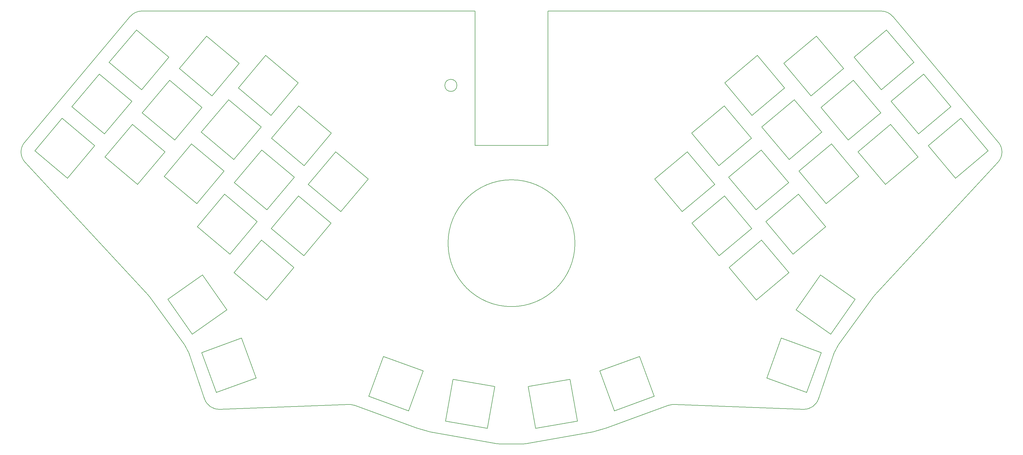
<source format=gbr>
%TF.GenerationSoftware,KiCad,Pcbnew,8.0.1*%
%TF.CreationDate,2024-05-19T15:37:59+09:00*%
%TF.ProjectId,top_plate,746f705f-706c-4617-9465-2e6b69636164,v1.0.0*%
%TF.SameCoordinates,Original*%
%TF.FileFunction,Profile,NP*%
%FSLAX46Y46*%
G04 Gerber Fmt 4.6, Leading zero omitted, Abs format (unit mm)*
G04 Created by KiCad (PCBNEW 8.0.1) date 2024-05-19 15:37:59*
%MOMM*%
%LPD*%
G01*
G04 APERTURE LIST*
%TA.AperFunction,Profile*%
%ADD10C,0.150000*%
%TD*%
G04 APERTURE END LIST*
D10*
X22038247Y-158198014D02*
X56889715Y-116663652D01*
X60719937Y-114877590D02*
X170666874Y-114877590D01*
X194666874Y-114877590D02*
X304613810Y-114877590D01*
X308444032Y-116663652D02*
X343295500Y-158198014D01*
X343133079Y-164810075D02*
X302416007Y-208758496D01*
X302043849Y-209210649D02*
X290532430Y-224996846D01*
X290532430Y-224996846D02*
X289104709Y-227699472D01*
X289104709Y-227699472D02*
X283913357Y-242953614D01*
X278993319Y-246339241D02*
X236394377Y-244747980D01*
X234497635Y-245046032D02*
X213935477Y-252530045D01*
X213935477Y-252530045D02*
X209531982Y-253811011D01*
X209531982Y-253811011D02*
X187450074Y-257704647D01*
X186581833Y-257780608D02*
X178751914Y-257780608D01*
X177883673Y-257704647D02*
X155801765Y-253811011D01*
X155801765Y-253811011D02*
X151398270Y-252530045D01*
X151398270Y-252530045D02*
X130836112Y-245046032D01*
X128939370Y-244747980D02*
X86340428Y-246339241D01*
X81420390Y-242953614D02*
X76229038Y-227699472D01*
X76229038Y-227699472D02*
X74801317Y-224996846D01*
X74801317Y-224996846D02*
X63289898Y-209210649D01*
X62917740Y-208758496D02*
X22200668Y-164810075D01*
X56889716Y-116663653D02*
G75*
G02*
X60719937Y-114877591I3830221J-3213937D01*
G01*
X304613810Y-114877590D02*
G75*
G02*
X308444032Y-116663652I0J-5000000D01*
G01*
X343295501Y-158198014D02*
G75*
G02*
X343133079Y-164810075I-3830223J-3213938D01*
G01*
X302043850Y-209210649D02*
G75*
G02*
X302416008Y-208758496I4039958J-2945969D01*
G01*
X283913356Y-242953614D02*
G75*
G02*
X278993319Y-246339240I-4733395J1610888D01*
G01*
X234497635Y-245046033D02*
G75*
G02*
X236394377Y-244747981I1710100J-4698462D01*
G01*
X187450074Y-257704647D02*
G75*
G02*
X186581833Y-257780608I-868241J4924039D01*
G01*
X178751914Y-257780608D02*
G75*
G02*
X177883673Y-257704647I0J5000000D01*
G01*
X128939370Y-244747981D02*
G75*
G02*
X130836112Y-245046033I186642J-4996514D01*
G01*
X86340428Y-246339240D02*
G75*
G02*
X81420391Y-242953614I-186642J4996514D01*
G01*
X62917741Y-208758496D02*
G75*
G02*
X63289898Y-209210649I-3667802J-3398122D01*
G01*
X22200669Y-164810074D02*
G75*
G02*
X22038248Y-158198015I3667800J3398122D01*
G01*
X25431104Y-161030864D02*
X36171047Y-170042746D01*
X36171047Y-170042746D02*
X45182929Y-159302803D01*
X45182929Y-159302803D02*
X34442986Y-150290921D01*
X34442986Y-150290921D02*
X25431104Y-161030864D01*
X37676208Y-146437717D02*
X48416151Y-155449600D01*
X48416151Y-155449600D02*
X57428033Y-144709657D01*
X57428033Y-144709657D02*
X46688090Y-135697774D01*
X46688090Y-135697774D02*
X37676208Y-146437717D01*
X49921312Y-131844571D02*
X60661255Y-140856453D01*
X60661255Y-140856453D02*
X69673137Y-130116510D01*
X69673137Y-130116510D02*
X58933194Y-121104628D01*
X58933194Y-121104628D02*
X49921312Y-131844571D01*
X48595823Y-163060765D02*
X59335767Y-172072648D01*
X59335767Y-172072648D02*
X68347649Y-161332704D01*
X68347649Y-161332704D02*
X57607706Y-152320822D01*
X57607706Y-152320822D02*
X48595823Y-163060765D01*
X60840927Y-148467619D02*
X71580870Y-157479501D01*
X71580870Y-157479501D02*
X80592753Y-146739558D01*
X80592753Y-146739558D02*
X69852810Y-137727675D01*
X69852810Y-137727675D02*
X60840927Y-148467619D01*
X73086031Y-133874472D02*
X83825974Y-142886354D01*
X83825974Y-142886354D02*
X92837857Y-132146411D01*
X92837857Y-132146411D02*
X82097914Y-123134529D01*
X82097914Y-123134529D02*
X73086031Y-133874472D01*
X68087012Y-169468611D02*
X78826955Y-178480493D01*
X78826955Y-178480493D02*
X87838837Y-167740550D01*
X87838837Y-167740550D02*
X77098894Y-158728667D01*
X77098894Y-158728667D02*
X68087012Y-169468611D01*
X80332116Y-154875464D02*
X91072059Y-163887346D01*
X91072059Y-163887346D02*
X100083941Y-153147403D01*
X100083941Y-153147403D02*
X89343998Y-144135521D01*
X89343998Y-144135521D02*
X80332116Y-154875464D01*
X92577220Y-140282317D02*
X103317163Y-149294200D01*
X103317163Y-149294200D02*
X112329045Y-138554256D01*
X112329045Y-138554256D02*
X101589102Y-129542374D01*
X101589102Y-129542374D02*
X92577220Y-140282317D01*
X79006627Y-186091659D02*
X89746570Y-195103541D01*
X89746570Y-195103541D02*
X98758452Y-184363598D01*
X98758452Y-184363598D02*
X88018509Y-175351715D01*
X88018509Y-175351715D02*
X79006627Y-186091659D01*
X91251731Y-171498512D02*
X101991674Y-180510394D01*
X101991674Y-180510394D02*
X111003556Y-169770451D01*
X111003556Y-169770451D02*
X100263613Y-160758569D01*
X100263613Y-160758569D02*
X91251731Y-171498512D01*
X103496835Y-156905365D02*
X114236778Y-165917248D01*
X114236778Y-165917248D02*
X123248660Y-155177305D01*
X123248660Y-155177305D02*
X112508717Y-146165422D01*
X112508717Y-146165422D02*
X103496835Y-156905365D01*
X91150753Y-201255392D02*
X101890696Y-210267274D01*
X101890696Y-210267274D02*
X110902578Y-199527331D01*
X110902578Y-199527331D02*
X100162635Y-190515449D01*
X100162635Y-190515449D02*
X91150753Y-201255392D01*
X103395857Y-186662245D02*
X114135800Y-195674128D01*
X114135800Y-195674128D02*
X123147682Y-184934184D01*
X123147682Y-184934184D02*
X112407739Y-175922302D01*
X112407739Y-175922302D02*
X103395857Y-186662245D01*
X115640961Y-172069099D02*
X126380904Y-181080981D01*
X126380904Y-181080981D02*
X135392786Y-170341038D01*
X135392786Y-170341038D02*
X124652843Y-161329155D01*
X124652843Y-161329155D02*
X115640961Y-172069099D01*
X69272941Y-210059100D02*
X77314483Y-221543612D01*
X77314483Y-221543612D02*
X88798994Y-213502070D01*
X88798994Y-213502070D02*
X80757453Y-202017559D01*
X80757453Y-202017559D02*
X69272941Y-210059100D01*
X80466488Y-227638559D02*
X85261610Y-240813049D01*
X85261610Y-240813049D02*
X98436101Y-236017927D01*
X98436101Y-236017927D02*
X93640978Y-222843436D01*
X93640978Y-222843436D02*
X80466488Y-227638559D01*
X135582067Y-242069752D02*
X148756558Y-246864875D01*
X148756558Y-246864875D02*
X153551680Y-233690384D01*
X153551680Y-233690384D02*
X140377189Y-228895262D01*
X140377189Y-228895262D02*
X135582067Y-242069752D01*
X160922140Y-250225686D02*
X174729145Y-252660233D01*
X174729145Y-252660233D02*
X177163693Y-238853229D01*
X177163693Y-238853229D02*
X163356688Y-236418681D01*
X163356688Y-236418681D02*
X160922140Y-250225686D01*
X329162700Y-170042746D02*
X339902643Y-161030864D01*
X339902643Y-161030864D02*
X330890761Y-150290921D01*
X330890761Y-150290921D02*
X320150818Y-159302803D01*
X320150818Y-159302803D02*
X329162700Y-170042746D01*
X316917596Y-155449600D02*
X327657539Y-146437717D01*
X327657539Y-146437717D02*
X318645657Y-135697774D01*
X318645657Y-135697774D02*
X307905714Y-144709657D01*
X307905714Y-144709657D02*
X316917596Y-155449600D01*
X304672492Y-140856453D02*
X315412435Y-131844571D01*
X315412435Y-131844571D02*
X306400553Y-121104628D01*
X306400553Y-121104628D02*
X295660610Y-130116510D01*
X295660610Y-130116510D02*
X304672492Y-140856453D01*
X305997981Y-172072648D02*
X316737924Y-163060765D01*
X316737924Y-163060765D02*
X307726041Y-152320822D01*
X307726041Y-152320822D02*
X296986098Y-161332704D01*
X296986098Y-161332704D02*
X305997981Y-172072648D01*
X293752877Y-157479501D02*
X304492820Y-148467619D01*
X304492820Y-148467619D02*
X295480937Y-137727675D01*
X295480937Y-137727675D02*
X284740994Y-146739558D01*
X284740994Y-146739558D02*
X293752877Y-157479501D01*
X281507773Y-142886354D02*
X292247716Y-133874472D01*
X292247716Y-133874472D02*
X283235833Y-123134529D01*
X283235833Y-123134529D02*
X272495890Y-132146411D01*
X272495890Y-132146411D02*
X281507773Y-142886354D01*
X286506792Y-178480493D02*
X297246735Y-169468611D01*
X297246735Y-169468611D02*
X288234853Y-158728667D01*
X288234853Y-158728667D02*
X277494910Y-167740550D01*
X277494910Y-167740550D02*
X286506792Y-178480493D01*
X274261688Y-163887346D02*
X285001632Y-154875464D01*
X285001632Y-154875464D02*
X275989749Y-144135521D01*
X275989749Y-144135521D02*
X265249806Y-153147403D01*
X265249806Y-153147403D02*
X274261688Y-163887346D01*
X262016584Y-149294200D02*
X272756528Y-140282317D01*
X272756528Y-140282317D02*
X263744645Y-129542374D01*
X263744645Y-129542374D02*
X253004702Y-138554256D01*
X253004702Y-138554256D02*
X262016584Y-149294200D01*
X275587177Y-195103541D02*
X286327120Y-186091659D01*
X286327120Y-186091659D02*
X277315238Y-175351715D01*
X277315238Y-175351715D02*
X266575295Y-184363598D01*
X266575295Y-184363598D02*
X275587177Y-195103541D01*
X263342073Y-180510394D02*
X274082016Y-171498512D01*
X274082016Y-171498512D02*
X265070134Y-160758569D01*
X265070134Y-160758569D02*
X254330191Y-169770451D01*
X254330191Y-169770451D02*
X263342073Y-180510394D01*
X251096969Y-165917248D02*
X261836912Y-156905365D01*
X261836912Y-156905365D02*
X252825030Y-146165422D01*
X252825030Y-146165422D02*
X242085087Y-155177305D01*
X242085087Y-155177305D02*
X251096969Y-165917248D01*
X263443051Y-210267274D02*
X274182994Y-201255392D01*
X274182994Y-201255392D02*
X265171112Y-190515449D01*
X265171112Y-190515449D02*
X254431169Y-199527331D01*
X254431169Y-199527331D02*
X263443051Y-210267274D01*
X251197947Y-195674128D02*
X261937890Y-186662245D01*
X261937890Y-186662245D02*
X252926008Y-175922302D01*
X252926008Y-175922302D02*
X242186065Y-184934184D01*
X242186065Y-184934184D02*
X251197947Y-195674128D01*
X238952843Y-181080981D02*
X249692786Y-172069099D01*
X249692786Y-172069099D02*
X240680904Y-161329155D01*
X240680904Y-161329155D02*
X229940961Y-170341038D01*
X229940961Y-170341038D02*
X238952843Y-181080981D01*
X288019265Y-221543612D02*
X296060806Y-210059100D01*
X296060806Y-210059100D02*
X284576295Y-202017559D01*
X284576295Y-202017559D02*
X276534753Y-213502070D01*
X276534753Y-213502070D02*
X288019265Y-221543612D01*
X280072137Y-240813049D02*
X284867260Y-227638559D01*
X284867260Y-227638559D02*
X271692769Y-222843436D01*
X271692769Y-222843436D02*
X266897647Y-236017927D01*
X266897647Y-236017927D02*
X280072137Y-240813049D01*
X216577189Y-246864875D02*
X229751680Y-242069752D01*
X229751680Y-242069752D02*
X224956558Y-228895262D01*
X224956558Y-228895262D02*
X211782067Y-233690384D01*
X211782067Y-233690384D02*
X216577189Y-246864875D01*
X190604602Y-252660233D02*
X204411607Y-250225686D01*
X204411607Y-250225686D02*
X201977059Y-236418681D01*
X201977059Y-236418681D02*
X188170054Y-238853229D01*
X188170054Y-238853229D02*
X190604602Y-252660233D01*
X203596874Y-191513215D02*
G75*
G02*
X161736874Y-191513215I-20930000J0D01*
G01*
X161736874Y-191513215D02*
G75*
G02*
X203596874Y-191513215I20930000J0D01*
G01*
X170666874Y-114877590D02*
X170666874Y-159205068D01*
X170666874Y-159205068D02*
X194666874Y-159205068D01*
X194666874Y-159205068D02*
X194666874Y-114877590D01*
X164666874Y-139418287D02*
G75*
G02*
X160666874Y-139418287I-2000000J0D01*
G01*
X160666874Y-139418287D02*
G75*
G02*
X164666874Y-139418287I2000000J0D01*
G01*
M02*

</source>
